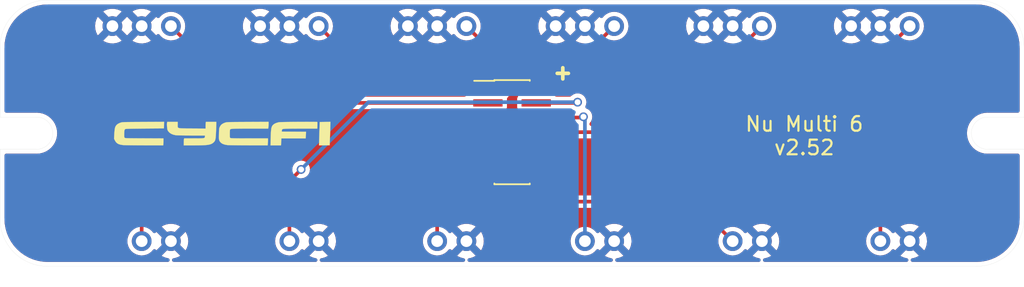
<source format=kicad_pcb>
(kicad_pcb (version 20211014) (generator pcbnew)
  (layers (0 "F.Cu" signal) (31 "B.Cu" signal) (34 "B.Paste" user) (35 "F.Paste" user) (36 "B.SilkS" user "B.Silkscreen") (37 "F.SilkS" user "F.Silkscreen") (38 "B.Mask" user) (39 "F.Mask" user) (44 "Edge.Cuts" user))
  (net 0 "")
  (net 1 "GND")
  (net 2 "CH1")
  (net 3 "V+")
  (net 4 "CH2")
  (net 5 "CH3")
  (net 6 "CH4")
  (net 7 "CH5")
  (net 8 "CH6")
  (footprint "cycfi_library:pin_header_2x7p_1.00mm_smd_vertical" (layer "F.Cu") (at 139.32 92.25)
    (fp_text reference "J13" hide)
    (fp_text value "CONN_01X14" hide)
    (fp_line (start -1.21 -3.56) (end -1.21 -3.51) (layer "F.SilkS") (width 0.12))
    (fp_line (start -1.21 3.51) (end -1.21 3.56) (layer "F.SilkS") (width 0.12))
    (fp_line (start -2.59 -3.51) (end -1.21 -3.51) (layer "F.SilkS") (width 0.12))
    (fp_line (start 1.21 3.51) (end 1.21 3.56) (layer "F.SilkS") (width 0.12))
    (fp_line (start -1.21 3.56) (end 1.21 3.56) (layer "F.SilkS") (width 0.12))
    (fp_line (start 1.21 -3.56) (end 1.21 -3.51) (layer "F.SilkS") (width 0.12))
    (fp_line (start -1.21 -3.56) (end 1.21 -3.56) (layer "F.SilkS") (width 0.12))
    (pad "1" smd rect (at -1.65 -3) (size 2 0.5) (layers "F.Cu" "F.Paste" "F.Mask") (net 1 "GND"))
    (pad "2" smd rect (at 1.65 -3) (size 2 0.5) (layers "F.Cu" "F.Paste" "F.Mask") (net 3 "V+"))
    (pad "3" smd rect (at -1.65 -2) (size 2 0.5) (layers "F.Cu" "F.Paste" "F.Mask") (net 2 "CH1"))
    (pad "4" smd rect (at 1.65 -2) (size 2 0.5) (layers "F.Cu" "F.Paste" "F.Mask") (net 4 "CH2"))
    (pad "5" smd rect (at -1.65 -1) (size 2 0.5) (layers "F.Cu" "F.Paste" "F.Mask") (net 5 "CH3"))
    (pad "6" smd rect (at 1.65 -1) (size 2 0.5) (layers "F.Cu" "F.Paste" "F.Mask") (net 6 "CH4"))
    (pad "7" smd rect (at -1.65 0) (size 2 0.5) (layers "F.Cu" "F.Paste" "F.Mask") (net 7 "CH5"))
    (pad "8" smd rect (at 1.65 0) (size 2 0.5) (layers "F.Cu" "F.Paste" "F.Mask") (net 8 "CH6"))
    (pad "9" smd rect (at -1.65 1) (size 2 0.5) (layers "F.Cu" "F.Paste" "F.Mask"))
    (pad "10" smd rect (at 1.65 1) (size 2 0.5) (layers "F.Cu" "F.Paste" "F.Mask"))
    (pad "11" smd rect (at -1.65 2) (size 2 0.5) (layers "F.Cu" "F.Paste" "F.Mask") (net 1 "GND"))
    (pad "12" smd rect (at 1.65 2) (size 2 0.5) (layers "F.Cu" "F.Paste" "F.Mask") (net 1 "GND"))
    (pad "13" smd rect (at -1.65 3) (size 2 0.5) (layers "F.Cu" "F.Paste" "F.Mask") (net 1 "GND"))
    (pad "14" smd rect (at 1.65 3) (size 2 0.5) (layers "F.Cu" "F.Paste" "F.Mask") (net 1 "GND"))
  )
  (footprint "cycfi_library:cycfi-logo-15mm" (layer "F.Cu") (at 119.42 92.38)
    (fp_text reference "G***" hide)
    (fp_text value "LOGO" hide)
    (fp_poly (pts (xy 3.254375 -0.668218) (xy 3.252899 -0.582003) (xy 3.248988 -0.503629) (xy 3.243413 -0.447371) (xy 3.241973 -0.439043) (xy 3.22957 -0.377031) (xy 2.016621 -0.376558) (xy 1.75028 -0.376283) (xy 1.520793 -0.375601) (xy 1.325327 -0.374393) (xy 1.161052 -0.372541) (xy 1.025134 -0.369924) (xy 0.914742 -0.366423) (xy 0.827043 -0.36192) (xy 0.759204 -0.356295) (xy 0.708395 -0.349429) (xy 0.671781 -0.341203) (xy 0.646532 -0.331498) (xy 0.629815 -0.320193) (xy 0.627613 -0.318099) (xy 0.617342 -0.286989) (xy 0.6101 -0.218599) (xy 0.606061 -0.11523) (xy 0.605234 -0.02452) (xy 0.605449 0.083883) (xy 0.606848 0.159378) (xy 0.610567 0.208743) (xy 0.617739 0.238757) (xy 0.629501 0.256199) (xy 0.646985 0.267847) (xy 0.654844 0.271899) (xy 0.674009 0.277277) (xy 0.71039 0.281897) (xy 0.766441 0.285808) (xy 0.844618 0.289057) (xy 0.947375 0.291694) (xy 1.077167 0.293764) (xy 1.236448 0.295317) (xy 1.427674 0.2964) (xy 1.653299 0.297062) (xy 1.915778 0.29735) (xy 1.95957 0.297364) (xy 3.214688 0.297656) (xy 3.214515 0.431602) (xy 3.212392 0.521389) (xy 3.207089 0.61367) (xy 3.201829 0.669727) (xy 3.189316 0.773906) (xy 1.887353 0.771332) (xy 1.658983 0.770624) (xy 1.438818 0.769447) (xy 1.230654 0.767855) (xy 1.038289 0.765899) (xy 0.865519 0.76363) (xy 0.716141 0.7611) (xy 0.593954 0.758361) (xy 0.502753 0.755465) (xy 0.446335 0.752463) (xy 0.436985 0.751575) (xy 0.260467 0.720331) (xy 0.117926 0.670915) (xy 0.007588 0.602383) (xy -0.072323 0.513794) (xy -0.098914 0.466958) (xy -0.114402 0.432968) (xy -0.125647 0.400064) (xy -0.133154 0.361656) (xy -0.137435 0.311152) (xy -0.138996 0.241962) (xy -0.138347 0.147495) (xy -0.135996 0.021161) (xy -0.135418 -0.006114) (xy -0.132285 -0.139632) (xy -0.128833 -0.240394) (xy -0.12422 -0.31533) (xy -0.1176 -0.371368) (xy -0.10813 -0.415437) (xy -0.094965 -0.454466) (xy -0.077262 -0.495382) (xy -0.075286 -0.499679) (xy -0.014643 -0.598975) (xy 0.068976 -0.678188) (xy 0.181572 -0.742084) (xy 0.276123 -0.778668) (xy 0.301728 -0.787077) (xy 0.327046 -0.794356) (xy 0.355034 -0.800599) (xy 0.38865 -0.805904) (xy 0.43085 -0.810365) (xy 0.484592 -0.81408) (xy 0.552832 -0.817142) (xy 0.638527 -0.819649) (xy 0.744634 -0.821695) (xy 0.874111 -0.823378) (xy 1.029914 -0.824792) (xy 1.215 -0.826034) (xy 1.432327 -0.827199) (xy 1.68485 -0.828383) (xy 1.830586 -0.829036) (xy 3.254375 -0.83538) (xy 3.254375 -0.668218)) (layer "F.SilkS") (width 0.01) (fill solid))
    (fp_poly (pts (xy 7.471225 -0.352684) (xy 7.466241 -0.194173) (xy 7.460755 -0.026692) (xy 7.455154 0.13842) (xy 7.449823 0.289823) (xy 7.445151 0.416179) (xy 7.443975 0.446484) (xy 7.431484 0.763984) (xy 6.701954 0.774822) (xy 6.71704 0.273309) (xy 6.721963 0.114541) (xy 6.727347 -0.050789) (xy 6.732836 -0.212277) (xy 6.738072 -0.359518) (xy 6.742698 -0.482105) (xy 6.744462 -0.525859) (xy 6.756797 -0.823516) (xy 7.12139 -0.828934) (xy 7.485984 -0.834351) (xy 7.471225 -0.352684)) (layer "F.SilkS") (width 0.01) (fill solid))
    (fp_poly (pts (xy -2.956719 -0.647997) (xy -2.957738 -0.58909) (xy -2.958659 -0.539739) (xy -2.956279 -0.499084) (xy -2.947393 -0.466267) (xy -2.928797 -0.44043) (xy -2.897288 -0.420712) (xy -2.849661 -0.406254) (xy -2.782713 -0.396199) (xy -2.69324 -0.389686) (xy -2.578037 -0.385856) (xy -2.433901 -0.383851) (xy -2.257629 -0.382812) (xy -2.046015 -0.381879) (xy -1.962464 -0.381415) (xy -1.051719 -0.375878) (xy -1.051719 -0.542646) (xy -1.05024 -0.628784) (xy -1.046319 -0.707089) (xy -1.040733 -0.763256) (xy -1.039316 -0.771426) (xy -1.026914 -0.833437) (xy -0.3175 -0.833437) (xy -0.318076 -0.729258) (xy -0.31904 -0.679008) (xy -0.321419 -0.596452) (xy -0.324964 -0.488937) (xy -0.32943 -0.363811) (xy -0.334569 -0.22842) (xy -0.336932 -0.168672) (xy -0.344767 0.007063) (xy -0.353438 0.148228) (xy -0.364092 0.259938) (xy -0.377878 0.347308) (xy -0.395943 0.415455) (xy -0.419434 0.469494) (xy -0.449499 0.514542) (xy -0.487286 0.555713) (xy -0.502691 0.570285) (xy -0.556496 0.615065) (xy -0.61531 0.652978) (xy -0.682722 0.684562) (xy -0.762324 0.710353) (xy -0.857707 0.730889) (xy -0.97246 0.746707) (xy -1.110175 0.758342) (xy -1.274444 0.766333) (xy -1.468855 0.771216) (xy -1.697001 0.773528) (xy -1.86453 0.773906) (xy -2.54 0.773906) (xy -2.539729 0.58043) (xy -2.538413 0.491804) (xy -2.535105 0.414152) (xy -2.530387 0.358804) (xy -2.527493 0.342305) (xy -2.515527 0.297656) (xy -1.858037 0.297364) (xy -1.665543 0.297124) (xy -1.508964 0.296186) (xy -1.38453 0.293933) (xy -1.288468 0.289753) (xy -1.217007 0.283032) (xy -1.166375 0.273155) (xy -1.132802 0.259508) (xy -1.112514 0.241479) (xy -1.101741 0.218451) (xy -1.096711 0.189813) (xy -1.095169 0.173177) (xy -1.089011 0.099219) (xy -2.011507 0.099219) (xy -2.224992 0.098748) (xy -2.424635 0.097388) (xy -2.606374 0.095217) (xy -2.766152 0.092316) (xy -2.899907 0.088763) (xy -3.003582 0.084637) (xy -3.073115 0.080017) (xy -3.089228 0.078219) (xy -3.259652 0.040939) (xy -3.406875 -0.020472) (xy -3.527112 -0.103736) (xy -3.616575 -0.206575) (xy -3.644441 -0.255834) (xy -3.660443 -0.308571) (xy -3.674065 -0.38923) (xy -3.684451 -0.486075) (xy -3.690747 -0.587371) (xy -3.692098 -0.68138) (xy -3.687648 -0.756367) (xy -3.682875 -0.783483) (xy -3.670338 -0.833437) (xy -2.956719 -0.833437) (xy -2.956719 -0.647997)) (layer "F.SilkS") (width 0.01) (fill solid))
    (fp_poly (pts (xy -3.899297 -0.386953) (xy -5.199062 -0.377031) (xy -5.474006 -0.374756) (xy -5.711556 -0.372387) (xy -5.914006 -0.369862) (xy -6.083651 -0.367124) (xy -6.222785 -0.364111) (xy -6.333702 -0.360765) (xy -6.418696 -0.357025) (xy -6.48006 -0.352832) (xy -6.52009 -0.348127) (xy -6.541078 -0.342848) (xy -6.542623 -0.342064) (xy -6.568902 -0.319795) (xy -6.587965 -0.283686) (xy -6.601 -0.227823) (xy -6.609196 -0.146292) (xy -6.61374 -0.033178) (xy -6.614715 0.016661) (xy -6.615141 0.111599) (xy -6.612047 0.175319) (xy -6.604283 0.216223) (xy -6.590698 0.24271) (xy -6.582463 0.252079) (xy -6.573561 0.259185) (xy -6.560089 0.265307) (xy -6.539159 0.270534) (xy -6.507887 0.274953) (xy -6.463387 0.278652) (xy -6.402774 0.281721) (xy -6.323162 0.284246) (xy -6.221664 0.286315) (xy -6.095397 0.288018) (xy -5.941473 0.289441) (xy -5.757007 0.290674) (xy -5.539114 0.291803) (xy -5.284908 0.292918) (xy -5.238049 0.293111) (xy -3.929062 0.298488) (xy -3.929333 0.491549) (xy -3.930653 0.580089) (xy -3.933967 0.657659) (xy -3.938693 0.712908) (xy -3.94157 0.729258) (xy -3.953535 0.773906) (xy -5.246025 0.771267) (xy -5.473906 0.770552) (xy -5.693844 0.769383) (xy -5.90199 0.767811) (xy -6.094496 0.765887) (xy -6.267515 0.763662) (xy -6.417198 0.761187) (xy -6.539697 0.758513) (xy -6.631164 0.755692) (xy -6.687752 0.752773) (xy -6.695978 0.752037) (xy -6.859542 0.726827) (xy -6.990379 0.687492) (xy -7.093859 0.631035) (xy -7.175349 0.554459) (xy -7.240219 0.454768) (xy -7.244869 0.445669) (xy -7.307959 0.320117) (xy -7.295069 0.075723) (xy -7.285359 -0.089315) (xy -7.275019 -0.220374) (xy -7.263136 -0.323162) (xy -7.248793 -0.403388) (xy -7.231075 -0.46676) (xy -7.209066 -0.518985) (xy -7.195776 -0.543369) (xy -7.130345 -0.629968) (xy -7.042823 -0.699435) (xy -6.926072 -0.756868) (xy -6.865937 -0.778851) (xy -6.84059 -0.787177) (xy -6.815353 -0.794385) (xy -6.787271 -0.80057) (xy -6.753391 -0.805828) (xy -6.710759 -0.810254) (xy -6.656422 -0.813944) (xy -6.587424 -0.816993) (xy -6.500813 -0.819497) (xy -6.393634 -0.82155) (xy -6.262933 -0.823248) (xy -6.105757 -0.824687) (xy -5.919151 -0.825962) (xy -5.700162 -0.827168) (xy -5.445836 -0.828401) (xy -5.312504 -0.829021) (xy -3.888055 -0.835603) (xy -3.899297 -0.386953)) (layer "F.SilkS") (width 0.01) (fill solid))
    (fp_poly (pts (xy 5.988229 -0.834816) (xy 6.149637 -0.834371) (xy 6.291955 -0.83351) (xy 6.411136 -0.832215) (xy 6.503131 -0.830463) (xy 6.56389 -0.828235) (xy 6.589365 -0.82551) (xy 6.589779 -0.825249) (xy 6.592575 -0.803308) (xy 6.593835 -0.750078) (xy 6.593483 -0.673928) (xy 6.591848 -0.597046) (xy 6.585649 -0.377031) (xy 5.49052 -0.375848) (xy 5.229234 -0.375348) (xy 5.004862 -0.37438) (xy 4.814633 -0.372839) (xy 4.655774 -0.370617) (xy 4.525514 -0.367607) (xy 4.421081 -0.363702) (xy 4.339703 -0.358794) (xy 4.278609 -0.352776) (xy 4.235027 -0.345541) (xy 4.206185 -0.336982) (xy 4.189311 -0.326991) (xy 4.187733 -0.32546) (xy 4.174327 -0.294908) (xy 4.164535 -0.244185) (xy 4.163899 -0.238125) (xy 4.157266 -0.168672) (xy 4.985742 -0.163493) (xy 5.814219 -0.158315) (xy 5.8141 -0.09404) (xy 5.812494 -0.043514) (xy 5.808351 0.031865) (xy 5.8025 0.117406) (xy 5.801237 0.133945) (xy 5.788493 0.297656) (xy 4.131886 0.297656) (xy 4.117578 0.535781) (xy 4.103271 0.773906) (xy 3.387654 0.773906) (xy 3.401756 0.253008) (xy 3.407957 0.056234) (xy 3.415363 -0.105383) (xy 3.424709 -0.23637) (xy 3.436731 -0.341253) (xy 3.452165 -0.424561) (xy 3.471746 -0.490821) (xy 3.496211 -0.544559) (xy 3.526293 -0.590303) (xy 3.541913 -0.609549) (xy 3.631888 -0.687259) (xy 3.753467 -0.750049) (xy 3.900476 -0.795159) (xy 3.994991 -0.812138) (xy 4.036122 -0.815228) (xy 4.110798 -0.818168) (xy 4.21497 -0.820939) (xy 4.344589 -0.82352) (xy 4.495606 -0.82589) (xy 4.663972 -0.828029) (xy 4.845639 -0.829917) (xy 5.036558 -0.831532) (xy 5.232681 -0.832856) (xy 5.429958 -0.833866) (xy 5.624341 -0.834543) (xy 5.811781 -0.834866) (xy 5.988229 -0.834816)) (layer "F.SilkS") (width 0.01) (fill solid))
  )
  (footprint "cycfi_library:nu_capsule" (layer "F.Cu") (at 132.2 85)
    (fp_text reference "U3" hide)
    (fp_text value "nu_capsule")
    (pad "1" thru_hole circle (at 4 0) (size 1.35 1.35) (drill 0.8) (layers *.Cu *.Mask) (net 3 "V+"))
    (pad "2" thru_hole circle (at 2 0) (size 1.35 1.35) (drill 0.8) (layers *.Cu *.Mask) (net 1 "GND"))
    (pad "2" thru_hole circle (at 4 14.7) (size 1.35 1.35) (drill 0.8) (layers *.Cu *.Mask) (net 1 "GND"))
    (pad "2" thru_hole circle (at 0 0) (size 1.35 1.35) (drill 0.8) (layers *.Cu *.Mask) (net 1 "GND"))
    (pad "3" thru_hole circle (at 2 14.7) (size 1.35 1.35) (drill 0.8) (layers *.Cu *.Mask) (net 5 "CH3"))
  )
  (footprint "cycfi_library:nu_capsule" (layer "F.Cu") (at 122.1 85)
    (fp_text reference "U2" hide)
    (fp_text value "nu_capsule")
    (pad "1" thru_hole circle (at 4 0) (size 1.35 1.35) (drill 0.8) (layers *.Cu *.Mask) (net 3 "V+"))
    (pad "2" thru_hole circle (at 2 0) (size 1.35 1.35) (drill 0.8) (layers *.Cu *.Mask) (net 1 "GND"))
    (pad "2" thru_hole circle (at 4 14.7) (size 1.35 1.35) (drill 0.8) (layers *.Cu *.Mask) (net 1 "GND"))
    (pad "2" thru_hole circle (at 0 0) (size 1.35 1.35) (drill 0.8) (layers *.Cu *.Mask) (net 1 "GND"))
    (pad "3" thru_hole circle (at 2 14.7) (size 1.35 1.35) (drill 0.8) (layers *.Cu *.Mask) (net 4 "CH2"))
  )
  (footprint "cycfi_library:nu_capsule" (layer "F.Cu") (at 152.4 85)
    (fp_text reference "U5" hide)
    (fp_text value "nu_capsule")
    (pad "1" thru_hole circle (at 4 0) (size 1.35 1.35) (drill 0.8) (layers *.Cu *.Mask) (net 3 "V+"))
    (pad "2" thru_hole circle (at 4 14.7) (size 1.35 1.35) (drill 0.8) (layers *.Cu *.Mask) (net 1 "GND"))
    (pad "2" thru_hole circle (at 2 0) (size 1.35 1.35) (drill 0.8) (layers *.Cu *.Mask) (net 1 "GND"))
    (pad "2" thru_hole circle (at 0 0) (size 1.35 1.35) (drill 0.8) (layers *.Cu *.Mask) (net 1 "GND"))
    (pad "3" thru_hole circle (at 2 14.7) (size 1.35 1.35) (drill 0.8) (layers *.Cu *.Mask) (net 7 "CH5"))
  )
  (footprint "cycfi_library:nu_capsule" (layer "F.Cu") (at 162.5 85)
    (fp_text reference "U6" hide)
    (fp_text value "nu_capsule")
    (pad "1" thru_hole circle (at 4 0) (size 1.35 1.35) (drill 0.8) (layers *.Cu *.Mask) (net 3 "V+"))
    (pad "2" thru_hole circle (at 4 14.7) (size 1.35 1.35) (drill 0.8) (layers *.Cu *.Mask) (net 1 "GND"))
    (pad "2" thru_hole circle (at 0 0) (size 1.35 1.35) (drill 0.8) (layers *.Cu *.Mask) (net 1 "GND"))
    (pad "2" thru_hole circle (at 2 0) (size 1.35 1.35) (drill 0.8) (layers *.Cu *.Mask) (net 1 "GND"))
    (pad "3" thru_hole circle (at 2 14.7) (size 1.35 1.35) (drill 0.8) (layers *.Cu *.Mask) (net 8 "CH6"))
  )
  (footprint "cycfi_library:nu_capsule" (layer "F.Cu") (at 112 85)
    (fp_text reference "U1" hide)
    (fp_text value "nu_capsule")
    (pad "1" thru_hole circle (at 4 0) (size 1.35 1.35) (drill 0.8) (layers *.Cu *.Mask) (net 3 "V+"))
    (pad "2" thru_hole circle (at 4 14.7) (size 1.35 1.35) (drill 0.8) (layers *.Cu *.Mask) (net 1 "GND"))
    (pad "2" thru_hole circle (at 0 0) (size 1.35 1.35) (drill 0.8) (layers *.Cu *.Mask) (net 1 "GND"))
    (pad "2" thru_hole circle (at 2 0) (size 1.35 1.35) (drill 0.8) (layers *.Cu *.Mask) (net 1 "GND"))
    (pad "3" thru_hole circle (at 2 14.7) (size 1.35 1.35) (drill 0.8) (layers *.Cu *.Mask) (net 2 "CH1"))
  )
  (footprint "cycfi_library:nu_capsule" (layer "F.Cu") (at 142.3 85)
    (fp_text reference "U4" hide)
    (fp_text value "nu_capsule")
    (pad "1" thru_hole circle (at 4 0) (size 1.35 1.35) (drill 0.8) (layers *.Cu *.Mask) (net 3 "V+"))
    (pad "2" thru_hole circle (at 4 14.7) (size 1.35 1.35) (drill 0.8) (layers *.Cu *.Mask) (net 1 "GND"))
    (pad "2" thru_hole circle (at 2 0) (size 1.35 1.35) (drill 0.8) (layers *.Cu *.Mask) (net 1 "GND"))
    (pad "2" thru_hole circle (at 0 0) (size 1.35 1.35) (drill 0.8) (layers *.Cu *.Mask) (net 1 "GND"))
    (pad "3" thru_hole circle (at 2 14.7) (size 1.35 1.35) (drill 0.8) (layers *.Cu *.Mask) (net 6 "CH4"))
  )
  (gr_arc (start 171.07 83.22) (mid 173.368097 84.171903) (end 174.32 86.47) (layer "Edge.Cuts") (width 0.01))
  (gr_line (start 174.32 93.42) (end 174.32 98.17) (layer "Edge.Cuts") (width 0.01))
  (gr_line (start 104.32 93.42) (end 106.82 93.42) (layer "Edge.Cuts") (width 0.01))
  (gr_line (start 104.32 91.22) (end 104.32 86.47) (layer "Edge.Cuts") (width 0.01))
  (gr_arc (start 104.32 86.47) (mid 105.271903 84.171903) (end 107.57 83.22) (layer "Edge.Cuts") (width 0.01))
  (gr_line (start 171.07 101.42) (end 107.57 101.42) (layer "Edge.Cuts") (width 0.01))
  (gr_line (start 106.82 91.22) (end 104.32 91.22) (layer "Edge.Cuts") (width 0.01))
  (gr_line (start 174.32 86.47) (end 174.32 91.22) (layer "Edge.Cuts") (width 0.01))
  (gr_line (start 104.32 98.17) (end 104.32 93.42) (layer "Edge.Cuts") (width 0.01))
  (gr_line (start 107.57 83.22) (end 171.07 83.22) (layer "Edge.Cuts") (width 0.01))
  (gr_line (start 174.32 91.22) (end 171.82 91.22) (layer "Edge.Cuts") (width 0.01))
  (gr_arc (start 106.82 91.22) (mid 107.92 92.32) (end 106.82 93.42) (layer "Edge.Cuts") (width 0.01))
  (gr_arc (start 107.57 101.42) (mid 105.271903 100.468097) (end 104.32 98.17) (layer "Edge.Cuts") (width 0.01))
  (gr_line (start 171.82 93.42) (end 174.32 93.42) (layer "Edge.Cuts") (width 0.01))
  (gr_arc (start 171.82 93.42) (mid 170.72 92.32) (end 171.82 91.22) (layer "Edge.Cuts") (width 0.01))
  (gr_arc (start 174.32 98.17) (mid 173.368097 100.468097) (end 171.07 101.42) (layer "Edge.Cuts") (width 0.01))
  (gr_text "Nu Multi 6\nv2.52" (at 159.3 92.5) (layer "F.SilkS") (effects (font (size 1 1))))
  (gr_text "+" (at 142.79 88.16) (layer "F.SilkS") (effects (font (size 1 1) (thickness 0.25))))
  (segment (start 114 99.7) (end 114 93.3) (width 0.25) (layer "F.Cu") (net 2))
  (segment (start 117.05 90.25) (end 137.67 90.25) (width 0.25) (layer "F.Cu") (net 2))
  (segment (start 114 93.3) (end 117.05 90.25) (width 0.25) (layer "F.Cu") (net 2))
  (segment (start 119.675489 88.675489) (end 140.395489 88.675489) (width 0.25) (layer "F.Cu") (net 3))
  (segment (start 142 88.1) (end 141.25 88.85) (width 0.25) (layer "F.Cu") (net 3))
  (segment (start 140.56 88.84) (end 140.97 89.25) (width 0.25) (layer "F.Cu") (net 3))
  (segment (start 140.395489 88.675489) (end 140.56 88.84) (width 0.25) (layer "F.Cu") (net 3))
  (segment (start 141.5 88.6) (end 141.25 88.85) (width 0.25) (layer "F.Cu") (net 3))
  (segment (start 136.2 85) (end 138.8 87.6) (width 0.25) (layer "F.Cu") (net 3))
  (segment (start 162.9 88.6) (end 141.5 88.6) (width 0.25) (layer "F.Cu") (net 3))
  (segment (start 129.2 88.1) (end 140.1 88.1) (width 0.25) (layer "F.Cu") (net 3))
  (segment (start 143.6 87.7) (end 142.4 87.7) (width 0.25) (layer "F.Cu") (net 3))
  (segment (start 142.4 87.7) (end 140.97 89.13) (width 0.25) (layer "F.Cu") (net 3))
  (segment (start 138.8 87.6) (end 139.6 87.6) (width 0.25) (layer "F.Cu") (net 3))
  (segment (start 140.1 88.1) (end 140.56 88.56) (width 0.25) (layer "F.Cu") (net 3))
  (segment (start 140.56 88.56) (end 140.56 88.84) (width 0.25) (layer "F.Cu") (net 3))
  (segment (start 139.6 87.6) (end 140.1 88.1) (width 0.25) (layer "F.Cu") (net 3))
  (segment (start 146.3 85) (end 143.6 87.7) (width 0.25) (layer "F.Cu") (net 3))
  (segment (start 140.97 89.13) (end 140.97 89.25) (width 0.25) (layer "F.Cu") (net 3))
  (segment (start 126.1 85) (end 129.2 88.1) (width 0.25) (layer "F.Cu") (net 3))
  (segment (start 141.25 88.85) (end 140.97 89.13) (width 0.25) (layer "F.Cu") (net 3))
  (segment (start 153.3 88.1) (end 142 88.1) (width 0.25) (layer "F.Cu") (net 3))
  (segment (start 156.4 85) (end 153.3 88.1) (width 0.25) (layer "F.Cu") (net 3))
  (segment (start 116 85) (end 119.675489 88.675489) (width 0.25) (layer "F.Cu") (net 3))
  (segment (start 166.5 85) (end 162.9 88.6) (width 0.25) (layer "F.Cu") (net 3))
  (segment (start 143.75 90.25) (end 140.97 90.25) (width 0.25) (layer "F.Cu") (net 4))
  (segment (start 143.8 90.2) (end 143.75 90.25) (width 0.25) (layer "F.Cu") (net 4))
  (segment (start 124.1 95.6) (end 124.9 94.8) (width 0.25) (layer "F.Cu") (net 4))
  (segment (start 124.1 99.7) (end 124.1 95.6) (width 0.25) (layer "F.Cu") (net 4))
  (via (at 124.9 94.8) (size 0.6) (drill 0.4) (layers "F.Cu" "B.Cu") (net 4))
  (via (at 143.8 90.2) (size 0.6) (drill 0.4) (layers "F.Cu" "B.Cu") (net 4))
  (segment (start 124.9 94.8) (end 129.5 90.2) (width 0.25) (layer "B.Cu") (net 4))
  (segment (start 129.5 90.2) (end 143.8 90.2) (width 0.25) (layer "B.Cu") (net 4))
  (segment (start 134.15048 92.84952) (end 135.75 91.25) (width 0.25) (layer "F.Cu") (net 5))
  (segment (start 134.2 99.7) (end 134.2 97.6) (width 0.25) (layer "F.Cu") (net 5))
  (segment (start 134.15048 97.55048) (end 134.15048 92.84952) (width 0.25) (layer "F.Cu") (net 5))
  (segment (start 134.2 97.6) (end 134.15048 97.55048) (width 0.25) (layer "F.Cu") (net 5))
  (segment (start 135.75 91.25) (end 137.67 91.25) (width 0.25) (layer "F.Cu") (net 5))
  (segment (start 144.15 91.25) (end 140.97 91.25) (width 0.25) (layer "F.Cu") (net 6))
  (segment (start 144.2 91.2) (end 144.15 91.25) (width 0.25) (layer "F.Cu") (net 6))
  (via (at 144.2 91.2) (size 0.6) (drill 0.4) (layers "F.Cu" "B.Cu") (net 6))
  (segment (start 144.3 91.3) (end 144.2 91.2) (width 0.25) (layer "B.Cu") (net 6))
  (segment (start 144.3 99.7) (end 144.3 91.3) (width 0.25) (layer "B.Cu") (net 6))
  (segment (start 134.6 93.1) (end 135.45 92.25) (width 0.25) (layer "F.Cu") (net 7))
  (segment (start 135.45 92.25) (end 137.67 92.25) (width 0.25) (layer "F.Cu") (net 7))
  (segment (start 151.7 97) (end 135.8 97) (width 0.25) (layer "F.Cu") (net 7))
  (segment (start 134.6 95.8) (end 134.6 93.1) (width 0.25) (layer "F.Cu") (net 7))
  (segment (start 154.4 99.7) (end 151.7 97) (width 0.25) (layer "F.Cu") (net 7))
  (segment (start 135.8 97) (end 134.6 95.8) (width 0.25) (layer "F.Cu") (net 7))
  (segment (start 164.5 96.3) (end 160.45 92.25) (width 0.25) (layer "F.Cu") (net 8))
  (segment (start 164.5 99.7) (end 164.5 96.3) (width 0.25) (layer "F.Cu") (net 8))
  (segment (start 160.45 92.25) (end 140.97 92.25) (width 0.25) (layer "F.Cu") (net 8))
  (zone (net 1) (net_name "GND") (layer "F.Cu") (connect_pads (clearance 0.3)) (min_thickness 0.254) (fill yes (thermal_gap 0.508) (thermal_bridge_width 0.508))
    (polygon (pts (xy 174.32 101.26) (xy 104.32 101.23) (xy 104.32 83.23) (xy 174.32 83.25)))
  )
  (zone (net 1) (net_name "GND") (layer "B.Cu") (connect_pads (clearance 0.3)) (min_thickness 0.254) (fill yes (thermal_gap 0.508) (thermal_bridge_width 0.508))
    (polygon (pts (xy 174.32 101.23) (xy 104.32 101.23) (xy 104.32 83.23) (xy 174.32 83.23)))
  )
)
</source>
